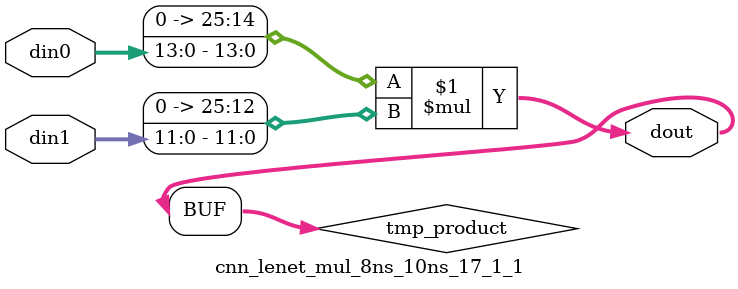
<source format=v>

`timescale 1 ns / 1 ps

  module cnn_lenet_mul_8ns_10ns_17_1_1(din0, din1, dout);
parameter ID = 1;
parameter NUM_STAGE = 0;
parameter din0_WIDTH = 14;
parameter din1_WIDTH = 12;
parameter dout_WIDTH = 26;

input [din0_WIDTH - 1 : 0] din0; 
input [din1_WIDTH - 1 : 0] din1; 
output [dout_WIDTH - 1 : 0] dout;

wire signed [dout_WIDTH - 1 : 0] tmp_product;










assign tmp_product = $signed({1'b0, din0}) * $signed({1'b0, din1});











assign dout = tmp_product;







endmodule

</source>
